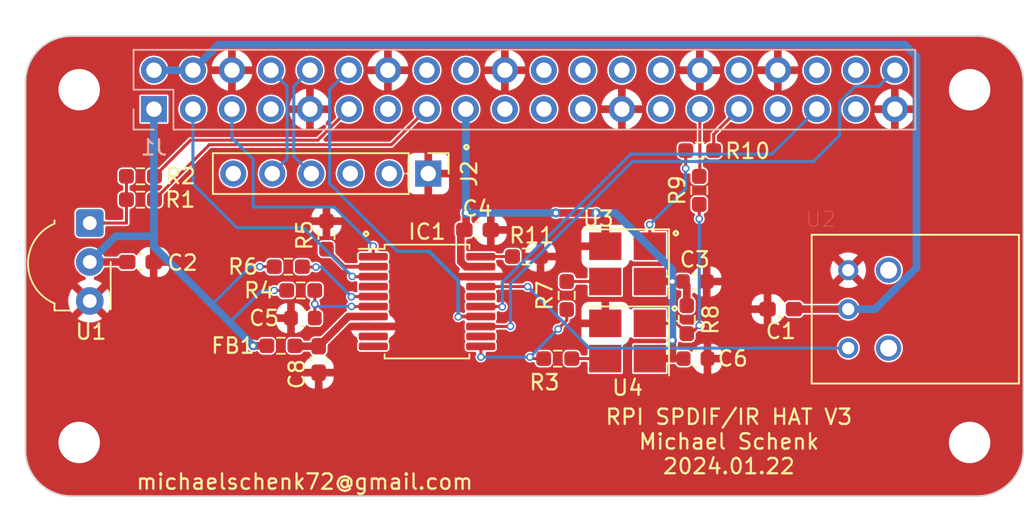
<source format=kicad_pcb>
(kicad_pcb (version 20221018) (generator pcbnew)
  (title_block (date "15 nov 2012"))
  (layers (0 "F.Cu" signal) (31 "B.Cu" signal) (34 "B.Paste" user) (35 "F.Paste" user) (36 "B.SilkS" user "B.Silkscreen") (37 "F.SilkS" user "F.Silkscreen") (38 "B.Mask" user) (39 "F.Mask" user) (44 "Edge.Cuts" user))
  (net 0 "")
  (net 1 "GND")
  (net 2 "/GPIO2{slash}SDA1")
  (net 3 "/GPIO3{slash}SCL1")
  (net 4 "/GPIO4{slash}GPCLK0")
  (net 5 "/GPIO14{slash}TXD0")
  (net 6 "/GPIO15{slash}RXD0")
  (net 7 "/GPIO17")
  (net 8 "/GPIO18{slash}PCM.CLK")
  (net 9 "/GPIO27")
  (net 10 "/GPIO22")
  (net 11 "/GPIO23")
  (net 12 "/GPIO26")
  (net 13 "/GPIO24")
  (net 14 "/GPIO10{slash}SPI0.MOSI")
  (net 15 "/GPIO9{slash}SPI0.MISO")
  (net 16 "/GPIO25")
  (net 17 "/GPIO11{slash}SPI0.SCLK")
  (net 18 "/GPIO8{slash}SPI0.CE0")
  (net 19 "/GPIO7{slash}SPI0.CE1")
  (net 20 "/ID_SDA")
  (net 21 "/ID_SCL")
  (net 22 "/GPIO5")
  (net 23 "/GPIO6")
  (net 24 "/GPIO12{slash}PWM0")
  (net 25 "/GPIO13{slash}PWM1")
  (net 26 "/GPIO19{slash}PCM.FS")
  (net 27 "/GPIO16")
  (net 28 "/GPIO20{slash}PCM.DIN")
  (net 29 "/GPIO21{slash}PCM.DOUT")
  (net 30 "+5V")
  (net 31 "+3V3")
  (net 32 "Net-(IC1-XIN)")
  (net 33 "unconnected-(IC1-XOP-Pad10)")
  (net 35 "Net-(IC1-GPO0{slash}SWIFMODE)")
  (net 36 "Net-(IC1-CSB{slash}GPO1)")
  (net 37 "Net-(IC1-RESETB)")
  (net 38 "Net-(IC1-TX0)")
  (net 42 "Net-(IC1-RX0)")
  (net 43 "Net-(U1-OUT)")
  (net 44 "Net-(IC1-PVDD)")
  (net 48 "Net-(U4-CLK)")
  (net 49 "Net-(U3-CLK)")
  (net 50 "Net-(U4-INH)")
  (net 51 "Net-(U3-INH)")
  (footprint "Capacitor_SMD:C_0603_1608Metric_Pad1.08x0.95mm_HandSolder" (layer "F.Cu") (at 149.2009 87.808 180)
    (fp_text reference "C1" (at 0 -1.43) (layer "F.SilkS"))
    (fp_text value "100nF/50V")
    (fp_line (start -0.146267 -0.51) (end 0.146267 -0.51) (stroke (width 0.12)) (layer "F.SilkS"))
    (fp_line (start -0.146267 0.51) (end 0.146267 0.51) (stroke (width 0.12)) (layer "F.SilkS"))
    (pad "1" smd roundrect (at -0.8625 0 180) (size 1.075 0.95) (layers "F.Cu" "F.Paste" "F.Mask") (net 30 "+5V"))
    (pad "2" smd roundrect (at 0.8625 0 180) (size 1.075 0.95) (layers "F.Cu" "F.Paste" "F.Mask") (net 1 "GND"))
  )
  (footprint "MountingHole:MountingHole_2.7mm_M2.5" (layer "F.Cu") (at 161.5 73.5)
    (fp_text reference "MH2" hide)
    (fp_text value "MountingHole_2.7mm_M2.5" hide)
    (pad "" np_thru_hole circle locked (at 0 0) (size 2.7 2.7) (drill 2.7) (layers "*.Cu" "*.Mask"))
  )
  (footprint "Resistor_SMD:R_0603_1608Metric_Pad0.98x0.95mm_HandSolder" (layer "F.Cu") (at 107.4911 79.1466)
    (fp_text reference "R2" (at 2.6181 0) (layer "F.SilkS"))
    (fp_text value "0R")
    (fp_line (start -0.254724 -0.5225) (end 0.254724 -0.5225) (stroke (width 0.12)) (layer "F.SilkS"))
    (fp_line (start -0.254724 0.5225) (end 0.254724 0.5225) (stroke (width 0.12)) (layer "F.SilkS"))
    (pad "1" smd roundrect (at -0.9125 0) (size 0.975 0.95) (layers "F.Cu" "F.Paste" "F.Mask") (net 43 "Net-(U1-OUT)"))
    (pad "2" smd roundrect (at 0.9125 0) (size 0.975 0.95) (layers "F.Cu" "F.Paste" "F.Mask") (net 7 "/GPIO17"))
  )
  (footprint "Resistor_SMD:R_0603_1608Metric_Pad0.98x0.95mm_HandSolder" (layer "F.Cu") (at 117.1215 85.0394 180)
    (fp_text reference "R6" (at 2.9483 0) (layer "F.SilkS"))
    (fp_text value "10k")
    (fp_line (start -0.254724 -0.5225) (end 0.254724 -0.5225) (stroke (width 0.12)) (layer "F.SilkS"))
    (fp_line (start -0.254724 0.5225) (end 0.254724 0.5225) (stroke (width 0.12)) (layer "F.SilkS"))
    (pad "1" smd roundrect (at -0.9125 0 180) (size 0.975 0.95) (layers "F.Cu" "F.Paste" "F.Mask") (net 36 "Net-(IC1-CSB{slash}GPO1)"))
    (pad "2" smd roundrect (at 0.9125 0 180) (size 0.975 0.95) (layers "F.Cu" "F.Paste" "F.Mask") (net 31 "+3V3"))
  )
  (footprint "OptoDevice:Vishay_MOLD-3Pin" (layer "F.Cu") (at 104.191 82.1946 -90)
    (fp_text reference "U1" (at 7.0866 -0.0762 -180) (layer "F.SilkS"))
    (fp_text value "TSOP32538")
    (fp_line (start 0.04 2.3) (end -0.18 2.3) (stroke (width 0.12)) (layer "F.SilkS"))
    (fp_line (start 5.62 -1.36) (end 2.54 -1.36) (stroke (width 0.12)) (layer "F.SilkS"))
    (fp_line (start 5.7 2.3) (end 5.24 2.3) (stroke (width 0.12)) (layer "F.SilkS"))
    (fp_line (start 5.7 2.3) (end 5.7 1.1) (stroke (width 0.12)) (layer "F.SilkS"))
    (fp_arc (start 5.24 2.3) (mid 2.64 4.023119) (end 0.04 2.3) (stroke (width 0.12)) (layer "F.SilkS"))
    (pad "1" thru_hole roundrect (at 0 0 270) (size 1.8 1.8) (drill 0.9) (layers "*.Cu" "*.Mask") (roundrect_rratio 0.138) (net 43 "Net-(U1-OUT)"))
    (pad "2" thru_hole circle (at 2.54 0 270) (size 1.8 1.8) (drill 0.9) (layers "*.Cu" "*.Mask") (net 31 "+3V3"))
    (pad "3" thru_hole circle (at 5.08 0 270) (size 1.8 1.8) (drill 0.9) (layers "*.Cu" "*.Mask") (net 1 "GND"))
  )
  (footprint "kicad-snk:PLR135-T10_PLT133-T10W" (layer "F.Cu") (at 156.224 87.808 -90)
    (fp_text reference "U2" (at -5.8674 4.4222) (layer "F.SilkS") (effects (font (size 1.001236 1.001236) (thickness 0.015))))
    (fp_text value "PLT237/T10WH")
    (fp_line (start -4.85 -8.49) (end -4.85 5.01) (stroke (width 0.127)) (layer "F.SilkS"))
    (fp_line (start 4.85 -8.49) (end -4.85 -8.49) (stroke (width 0.127)) (layer "F.SilkS"))
    (fp_line (start 4.85 -8.49) (end 4.85 5.01) (stroke (width 0.127)) (layer "F.SilkS"))
    (fp_line (start 4.85 5.01) (end -4.85 5.01) (stroke (width 0.127)) (layer "F.SilkS"))
    (pad "1" thru_hole circle (at 2.54 2.63 270) (size 1.308 1.308) (drill 0.8) (layers "*.Cu" "*.Mask") (net 38 "Net-(IC1-TX0)"))
    (pad "2" thru_hole circle (at 0 2.63 270) (size 1.308 1.308) (drill 0.8) (layers "*.Cu" "*.Mask") (net 30 "+5V"))
    (pad "3" thru_hole circle (at -2.54 2.63 270) (size 1.308 1.308) (drill 0.8) (layers "*.Cu" "*.Mask") (net 1 "GND"))
    (pad "NC1" thru_hole circle (at 2.54 0 270) (size 1.65 1.65) (drill 1.1) (layers "*.Cu" "*.Mask"))
    (pad "NC2" thru_hole circle (at -2.54 0 270) (size 1.65 1.65) (drill 1.1) (layers "*.Cu" "*.Mask"))
  )
  (footprint "Resistor_SMD:R_0603_1608Metric_Pad0.98x0.95mm_HandSolder" (layer "F.Cu") (at 132.6371 84.379)
    (fp_text reference "R11" (at 0.3321 -1.3716) (layer "F.SilkS"))
    (fp_text value "10k")
    (fp_line (start -0.254724 -0.5225) (end 0.254724 -0.5225) (stroke (width 0.12)) (layer "F.SilkS"))
    (fp_line (start -0.254724 0.5225) (end 0.254724 0.5225) (stroke (width 0.12)) (layer "F.SilkS"))
    (pad "1" smd roundrect (at -0.9125 0) (size 0.975 0.95) (layers "F.Cu" "F.Paste" "F.Mask") (net 42 "Net-(IC1-RX0)"))
    (pad "2" smd roundrect (at 0.9125 0) (size 0.975 0.95) (layers "F.Cu" "F.Paste" "F.Mask") (net 1 "GND"))
  )
  (footprint "Resistor_SMD:R_0603_1608Metric_Pad0.98x0.95mm_HandSolder" (layer "F.Cu") (at 119.6088 82.9839 90)
    (fp_text reference "R5" (at 0 -1.43 90) (layer "F.SilkS"))
    (fp_text value "10k")
    (fp_line (start -0.254724 -0.5225) (end 0.254724 -0.5225) (stroke (width 0.12)) (layer "F.SilkS"))
    (fp_line (start -0.254724 0.5225) (end 0.254724 0.5225) (stroke (width 0.12)) (layer "F.SilkS"))
    (pad "1" smd roundrect (at -0.9125 0 90) (size 0.975 0.95) (layers "F.Cu" "F.Paste" "F.Mask") (net 35 "Net-(IC1-GPO0{slash}SWIFMODE)"))
    (pad "2" smd roundrect (at 0.9125 0 90) (size 0.975 0.95) (layers "F.Cu" "F.Paste" "F.Mask") (net 1 "GND"))
  )
  (footprint "Resistor_SMD:R_0603_1608Metric_Pad0.98x0.95mm_HandSolder" (layer "F.Cu") (at 143.8912 80.0629 90)
    (fp_text reference "R9" (at 0 -1.43 90) (layer "F.SilkS"))
    (fp_text value "0R")
    (fp_line (start -0.254724 -0.5225) (end 0.254724 -0.5225) (stroke (width 0.12)) (layer "F.SilkS"))
    (fp_line (start -0.254724 0.5225) (end 0.254724 0.5225) (stroke (width 0.12)) (layer "F.SilkS"))
    (pad "1" smd roundrect (at -0.9125 0 90) (size 0.975 0.95) (layers "F.Cu" "F.Paste" "F.Mask") (net 50 "Net-(U4-INH)"))
    (pad "2" smd roundrect (at 0.9125 0 90) (size 0.975 0.95) (layers "F.Cu" "F.Paste" "F.Mask") (net 22 "/GPIO5"))
  )
  (footprint "Connector_PinHeader_2.54mm:PinHeader_1x06_P2.54mm_Vertical" (layer "F.Cu") (at 126.2382 78.9688 -90)
    (fp_text reference "J2" (at 0 -2.667 90) (layer "F.SilkS"))
    (fp_text value "TTL-232R-3V3")
    (fp_line (start -1.33 -1.33) (end 0 -1.33) (stroke (width 0.12)) (layer "F.SilkS"))
    (fp_line (start -1.33 0) (end -1.33 -1.33) (stroke (width 0.12)) (layer "F.SilkS"))
    (fp_line (start -1.33 1.27) (end -1.33 14.03) (stroke (width 0.12)) (layer "F.SilkS"))
    (fp_line (start -1.33 1.27) (end 1.33 1.27) (stroke (width 0.12)) (layer "F.SilkS"))
    (fp_line (start -1.33 14.03) (end 1.33 14.03) (stroke (width 0.12)) (layer "F.SilkS"))
    (fp_line (start 1.33 1.27) (end 1.33 14.03) (stroke (width 0.12)) (layer "F.SilkS"))
    (pad "1" thru_hole rect (at 0 0 270) (size 1.7 1.7) (drill 1) (layers "*.Cu" "*.Mask") (net 1 "GND"))
    (pad "2" thru_hole oval (at 0 2.54 270) (size 1.7 1.7) (drill 1) (layers "*.Cu" "*.Mask"))
    (pad "3" thru_hole oval (at 0 5.08 270) (size 1.7 1.7) (drill 1) (layers "*.Cu" "*.Mask"))
    (pad "4" thru_hole oval (at 0 7.62 270) (size 1.7 1.7) (drill 1) (layers "*.Cu" "*.Mask") (net 6 "/GPIO15{slash}RXD0"))
    (pad "5" thru_hole oval (at 0 10.16 270) (size 1.7 1.7) (drill 1) (layers "*.Cu" "*.Mask") (net 5 "/GPIO14{slash}TXD0"))
    (pad "6" thru_hole oval (at 0 12.7 270) (size 1.7 1.7) (drill 1) (layers "*.Cu" "*.Mask"))
  )
  (footprint "Resistor_SMD:R_0603_1608Metric_Pad0.98x0.95mm_HandSolder" (layer "F.Cu") (at 117.9343 86.5888 180)
    (fp_text reference "R4" (at 2.7197 0) (layer "F.SilkS"))
    (fp_text value "10k")
    (fp_line (start -0.254724 -0.5225) (end 0.254724 -0.5225) (stroke (width 0.12)) (layer "F.SilkS"))
    (fp_line (start -0.254724 0.5225) (end 0.254724 0.5225) (stroke (width 0.12)) (layer "F.SilkS"))
    (pad "1" smd roundrect (at -0.9125 0 180) (size 0.975 0.95) (layers "F.Cu" "F.Paste" "F.Mask") (net 37 "Net-(IC1-RESETB)"))
    (pad "2" smd roundrect (at 0.9125 0 180) (size 0.975 0.95) (layers "F.Cu" "F.Paste" "F.Mask") (net 31 "+3V3"))
  )
  (footprint "Resistor_SMD:R_0603_1608Metric_Pad0.98x0.95mm_HandSolder" (layer "F.Cu") (at 143.9185 77.4702)
    (fp_text reference "R10" (at 3.1223 0.0254) (layer "F.SilkS"))
    (fp_text value "0R")
    (fp_line (start -0.254724 -0.5225) (end 0.254724 -0.5225) (stroke (width 0.12)) (layer "F.SilkS"))
    (fp_line (start -0.254724 0.5225) (end 0.254724 0.5225) (stroke (width 0.12)) (layer "F.SilkS"))
    (pad "1" smd roundrect (at -0.9125 0) (size 0.975 0.95) (layers "F.Cu" "F.Paste" "F.Mask") (net 51 "Net-(U3-INH)"))
    (pad "2" smd roundrect (at 0.9125 0) (size 0.975 0.95) (layers "F.Cu" "F.Paste" "F.Mask") (net 23 "/GPIO6"))
  )
  (footprint "MountingHole:MountingHole_2.7mm_M2.5" (layer "F.Cu") (at 103.5 96.5)
    (fp_text reference "MH3" hide)
    (fp_text value "MountingHole_2.7mm_M2.5" hide)
    (pad "" np_thru_hole circle locked (at 0 0) (size 2.7 2.7) (drill 2.7) (layers "*.Cu" "*.Mask"))
  )
  (footprint "MountingHole:MountingHole_2.7mm_M2.5" (layer "F.Cu") (at 103.5 73.5)
    (fp_text reference "MH1" hide)
    (fp_text value "MountingHole_2.7mm_M2.5" hide)
    (pad "" np_thru_hole circle locked (at 0 0) (size 2.7 2.7) (drill 2.7) (layers "*.Cu" "*.Mask"))
  )
  (footprint "Capacitor_SMD:C_0603_1608Metric" (layer "F.Cu") (at 143.6502 91.0338)
    (fp_text reference "C6" (at 2.4254 0) (layer "F.SilkS"))
    (fp_text value "100nF/50V")
    (fp_line (start -0.14058 -0.51) (end 0.14058 -0.51) (stroke (width 0.12)) (layer "F.SilkS"))
    (fp_line (start -0.14058 0.51) (end 0.14058 0.51) (stroke (width 0.12)) (layer "F.SilkS"))
    (pad "1" smd roundrect (at -0.775 0) (size 0.9 0.95) (layers "F.Cu" "F.Paste" "F.Mask") (net 31 "+3V3"))
    (pad "2" smd roundrect (at 0.775 0) (size 0.9 0.95) (layers "F.Cu" "F.Paste" "F.Mask") (net 1 "GND"))
  )
  (footprint "Capacitor_SMD:C_0603_1608Metric_Pad1.08x0.95mm_HandSolder" (layer "F.Cu") (at 129.4516 82.644045 180)
    (fp_text reference "C4" (at 0.013 1.389245 180) (layer "F.SilkS"))
    (fp_text value "100nF/50V")
    (fp_line (start -0.146267 -0.51) (end 0.146267 -0.51) (stroke (width 0.12)) (layer "F.SilkS"))
    (fp_line (start -0.146267 0.51) (end 0.146267 0.51) (stroke (width 0.12)) (layer "F.SilkS"))
    (pad "1" smd roundrect (at -0.8625 0 180) (size 1.075 0.95) (layers "F.Cu" "F.Paste" "F.Mask") (net 1 "GND"))
    (pad "2" smd roundrect (at 0.8625 0 180) (size 1.075 0.95) (layers "F.Cu" "F.Paste" "F.Mask") (net 31 "+3V3"))
  )
  (footprint "Resistor_SMD:R_0603_1608Metric_Pad0.98x0.95mm_HandSolder" (layer "F.Cu") (at 135.2552 86.9209 90)
    (fp_text reference "R7" (at 0 -1.43 90) (layer "F.SilkS"))
    (fp_text value "33R")
    (fp_line (start -0.254724 -0.5225) (end 0.254724 -0.5225) (stroke (width 0.12)) (layer "F.SilkS"))
    (fp_line (start -0.254724 0.5225) (end 0.254724 0.5225) (stroke (width 0.12)) (layer "F.SilkS"))
    (pad "1" smd roundrect (at -0.9125 0 90) (size 0.975 0.95) (layers "F.Cu" "F.Paste" "F.Mask") (net 32 "Net-(IC1-XIN)"))
    (pad "2" smd roundrect (at 0.9125 0 90) (size 0.975 0.95) (layers "F.Cu" "F.Paste" "F.Mask") (net 49 "Net-(U3-CLK)"))
  )
  (footprint "Package_SO:SSOP-20_5.3x7.2mm_P0.65mm" (layer "F.Cu") (at 126.1568 87.312445)
    (fp_text reference "IC1" (at 0 -4.55) (layer "F.SilkS"))
    (fp_text value "WM8804GEDS_V")
    (fp_line (start -2.76 -3.71) (end -2.76 -3.435) (stroke (width 0.12)) (layer "F.SilkS"))
    (fp_line (start -2.76 -3.435) (end -4.45 -3.435) (stroke (width 0.12)) (layer "F.SilkS"))
    (fp_line (start -2.76 3.71) (end -2.76 3.435) (stroke (width 0.12)) (layer "F.SilkS"))
    (fp_line (start 0 -3.71) (end -2.76 -3.71) (stroke (width 0.12)) (layer "F.SilkS"))
    (fp_line (start 0 -3.71) (end 2.76 -3.71) (stroke (width 0.12)) (layer "F.SilkS"))
    (fp_line (start 0 3.71) (end -2.76 3.71) (stroke (width 0.12)) (layer "F.SilkS"))
    (fp_line (start 0 3.71) (end 2.76 3.71) (stroke (width 0.12)) (layer "F.SilkS"))
    (fp_line (start 2.76 -3.71) (end 2.76 -3.435) (stroke (width 0.12)) (layer "F.SilkS"))
    (fp_line (start 2.76 3.71) (end 2.76 3.435) (stroke (width 0.12)) (layer "F.SilkS"))
    (pad "1" smd roundrect (at -3.5 -2.925) (size 1.9 0.5) (layers "F.Cu" "F.Paste" "F.Mask") (net 3 "/GPIO3{slash}SCL1"))
    (pad "2" smd roundrect (at -3.5 -2.275) (size 1.9 0.5) (layers "F.Cu" "F.Paste" "F.Mask") (net 35 "Net-(IC1-GPO0{slash}SWIFMODE)"))
    (pad "3" smd roundrect (at -3.5 -1.625) (size 1.9 0.5) (layers "F.Cu" "F.Paste" "F.Mask") (net 2 "/GPIO2{slash}SDA1"))
    (pad "4" smd roundrect (at -3.5 -0.975) (size 1.9 0.5) (layers "F.Cu" "F.Paste" "F.Mask"))
    (pad "5" smd roundrect (at -3.5 -0.325) (size 1.9 0.5) (layers "F.Cu" "F.Paste" "F.Mask") (net 36 "Net-(IC1-CSB{slash}GPO1)"))
    (pad "6" smd roundrect (at -3.5 0.325) (size 1.9 0.5) (layers "F.Cu" "F.Paste" "F.Mask") (net 37 "Net-(IC1-RESETB)"))
    (pad "7" smd roundrect (at -3.5 0.975) (size 1.9 0.5) (layers "F.Cu" "F.Paste" "F.Mask") (net 44 "Net-(IC1-PVDD)"))
    (pad "8" smd roundrect (at -3.5 1.625) (size 1.9 0.5) (layers "F.Cu" "F.Paste" "F.Mask") (net 1 "GND"))
    (pad "9" smd roundrect (at -3.5 2.275) (size 1.9 0.5) (layers "F.Cu" "F.Paste" "F.Mask"))
    (pad "10" smd roundrect (at -3.5 2.925) (size 1.9 0.5) (layers "F.Cu" "F.Paste" "F.Mask") (net 33 "unconnected-(IC1-XOP-Pad10)"))
    (pad "11" smd roundrect (at 3.5 2.925) (size 1.9 0.5) (layers "F.Cu" "F.Paste" "F.Mask") (net 32 "Net-(IC1-XIN)"))
    (pad "12" smd roundrect (at 3.5 2.275) (size 1.9 0.5) (layers "F.Cu" "F.Paste" "F.Mask"))
    (pad "13" smd roundrect (at 3.5 1.625) (size 1.9 0.5) (layers "F.Cu" "F.Paste" "F.Mask") (net 29 "/GPIO21{slash}PCM.DOUT"))
    (pad "14" smd roundrect (at 3.5 0.975) (size 1.9 0.5) (layers "F.Cu" "F.Paste" "F.Mask") (net 8 "/GPIO18{slash}PCM.CLK"))
    (pad "15" smd roundrect (at 3.5 0.325) (size 1.9 0.5) (layers "F.Cu" "F.Paste" "F.Mask") (net 26 "/GPIO19{slash}PCM.FS"))
    (pad "16" smd roundrect (at 3.5 -0.325) (size 1.9 0.5) (layers "F.Cu" "F.Paste" "F.Mask"))
    (pad "17" smd roundrect (at 3.5 -0.975) (size 1.9 0.5) (layers "F.Cu" "F.Paste" "F.Mask") (net 38 "Net-(IC1-TX0)"))
    (pad "18" smd roundrect (at 3.5 -1.625) (size 1.9 0.5) (layers "F.Cu" "F.Paste" "F.Mask") (net 1 "GND"))
    (pad "19" smd roundrect (at 3.5 -2.275) (size 1.9 0.5) (layers "F.Cu" "F.Paste" "F.Mask") (net 31 "+3V3"))
    (pad "20" smd roundrect (at 3.5 -2.925) (size 1.9 0.5) (layers "F.Cu" "F.Paste" "F.Mask") (net 42 "Net-(IC1-RX0)"))
  )
  (footprint "Capacitor_SMD:C_0603_1608Metric_Pad1.08x0.95mm_HandSolder" (layer "F.Cu") (at 119.1008 91.0857 90)
    (fp_text reference "C8" (at -0.9641 -1.4224 90) (layer "F.SilkS"))
    (fp_text value "1uF/25V")
    (fp_line (start -0.146267 -0.51) (end 0.146267 -0.51) (stroke (width 0.12)) (layer "F.SilkS"))
    (fp_line (start -0.146267 0.51) (end 0.146267 0.51) (stroke (width 0.12)) (layer "F.SilkS"))
    (pad "1" smd roundrect (at -0.8625 0 90) (size 1.075 0.95) (layers "F.Cu" "F.Paste" "F.Mask") (net 1 "GND"))
    (pad "2" smd roundrect (at 0.8625 0 90) (size 1.075 0.95) (layers "F.Cu" "F.Paste" "F.Mask") (net 44 "Net-(IC1-PVDD)"))
  )
  (footprint "Capacitor_SMD:C_0603_1608Metric" (layer "F.Cu") (at 143.5988 86.0046)
    (fp_text reference "C3" (at 0 -1.43) (layer "F.SilkS"))
    (fp_text value "100nF/50V")
    (fp_line (start -0.14058 -0.51) (end 0.14058 -0.51) (stroke (width 0.12)) (layer "F.SilkS"))
    (fp_line (start -0.14058 0.51) (end 0.14058 0.51) (stroke (width 0.12)) (layer "F.SilkS"))
    (pad "1" smd roundrect (at -0.775 0) (size 0.9 0.95) (layers "F.Cu" "F.Paste" "F.Mask") (net 31 "+3V3"))
    (pad "2" smd roundrect (at 0.775 0) (size 0.9 0.95) (layers "F.Cu" "F.Paste" "F.Mask") (net 1 "GND"))
  )
  (footprint "Capacitor_SMD:C_0603_1608Metric_Pad1.08x0.95mm_HandSolder" (layer "F.Cu") (at 107.4919 84.7346 180)
    (fp_text reference "C2" (at -2.7443 -0.0508) (layer "F.SilkS"))
    (fp_text value "100nF/50V")
    (fp_line (start -0.146267 -0.51) (end 0.146267 -0.51) (stroke (width 0.12)) (layer "F.SilkS"))
    (fp_line (start -0.146267 0.51) (end 0.146267 0.51) (stroke (width 0.12)) (layer "F.SilkS"))
    (pad "1" smd roundrect (at -0.8625 0 180) (size 1.075 0.95) (layers "F.Cu" "F.Paste" "F.Mask") (net 1 "GND"))
    (pad "2" smd roundrect (at 0.8625 0 180) (size 1.075 0.95) (layers "F.Cu" "F.Paste" "F.Mask") (net 31 "+3V3"))
  )
  (footprint "MountingHole:MountingHole_2.7mm_M2.5" (layer "F.Cu") (at 161.5 96.5)
    (fp_text reference "MH4" hide)
    (fp_text value "MountingHole_2.7mm_M2.5" hide)
    (pad "" np_thru_hole circle locked (at 0 0) (size 2.7 2.7) (drill 2.7) (layers "*.Cu" "*.Mask"))
  )
  (footprint "Capacitor_SMD:C_0603_1608Metric" (layer "F.Cu") (at 118.0724 88.3922 180)
    (fp_text reference "C5" (at 2.5276 0) (layer "F.SilkS"))
    (fp_text value "100nF/50V")
    (fp_line (start -0.14058 -0.51) (end 0.14058 -0.51) (stroke (width 0.12)) (layer "F.SilkS"))
    (fp_line (start -0.14058 0.51) (end 0.14058 0.51) (stroke (width 0.12)) (layer "F.SilkS"))
    (pad "1" smd roundrect (at -0.775 0 180) (size 0.9 0.95) (layers "F.Cu" "F.Paste" "F.Mask") (net 37 "Net-(IC1-RESETB)"))
    (pad "2" smd roundrect (at 0.775 0 180) (size 0.9 0.95) (layers "F.Cu" "F.Paste" "F.Mask") (net 1 "GND"))
  )
  (footprint "Resistor_SMD:R_0603_1608Metric_Pad0.98x0.95mm_HandSolder" (layer "F.Cu") (at 134.6729 91.0338)
    (fp_text reference "R3" (at -0.8655 1.5494) (layer "F.SilkS"))
    (fp_text value "33R")
    (fp_line (start -0.254724 -0.5225) (end 0.254724 -0.5225) (stroke (width 0.12)) (layer "F.SilkS"))
    (fp_line (start -0.254724 0.5225) (end 0.254724 0.5225) (stroke (width 0.12)) (layer "F.SilkS"))
    (pad "1" smd roundrect (at -0.9125 0) (size 0.975 0.95) (layers "F.Cu" "F.Paste" "F.Mask") (net 32 "Net-(IC1-XIN)"))
    (pad "2" smd roundrect (at 0.9125 0) (size 0.975 0.95) (layers "F.Cu" "F.Paste" "F.Mask") (net 48 "Net-(U4-CLK)"))
  )
  (footprint "Crystal:Crystal_SMD_3225-4Pin_3.2x2.5mm_HandSoldering" (layer "F.Cu") (at 139.2198 89.8838 180)
    (fp_text reference "U4" (at 0 -3.05) (layer "F.SilkS"))
    (fp_text value "KC3225Z22.5792C15XXK")
    (fp_line (start -2.7 -2.25) (end -2.7 2.25) (stroke (width 0.12)) (layer "F.SilkS"))
    (fp_line (start -2.7 2.25) (end 2.7 2.25) (stroke (width 0.12)) (layer "F.SilkS"))
    (pad "1" smd rect (at -1.45 1.15 180) (size 2.1 1.8) (layers "F.Cu" "F.Paste" "F.Mask") (net 50 "Net-(U4-INH)"))
    (pad "2" smd rect (at 1.45 1.15 180) (size 2.1 1.8) (layers "F.Cu" "F.Paste" "F.Mask") (net 1 "GND"))
    (pad "3" smd rect (at 1.45 -1.15 180) (size 2.1 1.8) (layers "F.Cu" "F.Paste" "F.Mask") (net 48 "Net-(U4-CLK)"))
    (pad "4" smd rect (at -1.45 -1.15 180) (size 2.1 1.8) (layers "F.Cu" "F.Paste" "F.Mask") (net 31 "+3V3"))
  )
  (footprint "Resistor_SMD:R_0603_1608Metric_Pad0.98x0.95mm_HandSolder" (layer "F.Cu") (at 107.4911 80.6706)
    (fp_text reference "R1" (at 2.5927 0) (layer "F.SilkS"))
    (fp_text value "0R")
    (fp_line (start -0.254724 -0.5225) (end 0.254724 -0.5225) (stroke (width 0.12)) (layer "F.SilkS"))
    (fp_line (start -0.254724 0.5225) (end 0.254724 0.5225) (stroke (width 0.12)) (layer "F.SilkS"))
    (pad "1" smd roundrect (at -0.9125 0) (size 0.975 0.95) (layers "F.Cu" "F.Paste" "F.Mask") (net 43 "Net-(U1-OUT)"))
    (pad "2" smd roundrect (at 0.9125 0) (size 0.975 0.95) (layers "F.Cu" "F.Paste" "F.Mask") (net 10 "/GPIO22"))
  )
  (footprint "Crystal:Crystal_SMD_3225-4Pin_3.2x2.5mm_HandSoldering" (layer "F.Cu") (at 139.2198 84.8546 180)
    (fp_text reference "U3" (at 1.9072 2.9394) (layer "F.SilkS"))
    (fp_text value "KC3225Z24.5760C1KX00")
    (fp_line (start -2.7 -2.25) (end -2.7 2.25) (stroke (width 0.12)) (layer "F.SilkS"))
    (fp_line (start -2.7 2.25) (end 2.7 2.25) (stroke (width 0.12)) (layer "F.SilkS"))
    (pad "1" smd rect (at -1.45 1.15 180) (size 2.1 1.8) (layers "F.Cu" "F.Paste" "F.Mask") (net 51 "Net-(U3-INH)"))
    (pad "2" smd rect (at 1.45 1.15 180) (size 2.1 1.8) (layers "F.Cu" "F.Paste" "F.Mask") (net 1 "GND"))
    (pad "3" smd rect (at 1.45 -1.15 180) (size 2.1 1.8) (layers "F.Cu" "F.Paste" "F.Mask") (net 49 "Net-(U3-CLK)"))
    (pad "4" smd rect (at -1.45 -1.15 180) (size 2.1 1.8) (layers "F.Cu" "F.Paste" "F.Mask") (net 31 "+3V3"))
  )
  (footprint "Resistor_SMD:R_0603_1608Metric_Pad0.98x0.95mm_HandSolder" (layer "F.Cu") (at 143.0784 88.4919 90)
    (fp_text reference "R8" (at -0.0019 1.5494 90) (layer "F.SilkS"))
    (fp_text value "10k")
    (fp_line (start -0.254724 -0.5225) (end 0.254724 -0.5225) (stroke (width 0.12)) (layer "F.SilkS"))
    (fp_line (start -0.254724 0.5225) (end 0.254724 0.5225) (stroke (width 0.12)) (layer "F.SilkS"))
    (pad "1" smd roundrect (at -0.9125 0 90) (size 0.975 0.95) (layers "F.Cu" "F.Paste" "F.Mask") (net 50 "Net-(U4-INH)"))
    (pad "2" smd roundrect (at 0.9125 0 90) (size 0.975 0.95) (layers "F.Cu" "F.Paste" "F.Mask") (net 31 "+3V3"))
  )
  (footprint "Resistor_SMD:R_0603_1608Metric_Pad0.98x0.95mm_HandSolder" (layer "F.Cu") (at 116.6389 90.1956 180)
    (fp_text reference "FB1" (at 3.1261 0) (layer "F.SilkS"))
    (fp_text value "1k@100MHz")
    (fp_line (start -0.254724 -0.5225) (end 0.254724 -0.5225) (stroke (width 0.12)) (layer "F.SilkS"))
    (fp_line (start -0.254724 0.5225) (end 0.254724 0.5225) (stroke (width 0.12)) (layer "F.SilkS"))
    (pad "1" smd roundrect (at -0.9125 0 180) (size 0.975 0.95) (layers "F.Cu" "F.Paste" "F.Mask") (net 44 "Net-(IC1-PVDD)"))
    (pad "2" smd roundrect (at 0.9125 0 180) (size 0.975 0.95) (layers "F.Cu" "F.Paste" "F.Mask") (net 31 "+3V3"))
  )
  (footprint "Connector_PinSocket_2.54mm:PinSocket_2x20_P2.54mm_Vertical" (layer "B.Cu") (at 108.37 74.77 -90)
    (fp_text reference "J1" (at 2.5 0) (layer "B.SilkS") (effects (justify mirror)))
    (fp_text value "GPIO")
    (fp_line (start -3.87 -49.59) (end 1.33 -49.59) (stroke (width 0.12)) (layer "B.SilkS"))
    (fp_line (start -3.87 1.33) (end -3.87 -49.59) (stroke (width 0.12)) (layer "B.SilkS"))
    (fp_line (start -3.87 1.33) (end -1.27 1.33) (stroke (width 0.12)) (layer "B.SilkS"))
    (fp_line (start -1.27 -1.27) (end 1.33 -1.27) (stroke (width 0.12)) (layer "B.SilkS"))
    (fp_line (start -1.27 1.33) (end -1.27 -1.27) (stroke (width 0.12)) (layer "B.SilkS"))
    (fp_line (start 0 1.33) (end 1.33 1.33) (stroke (width 0.12)) (layer "B.SilkS"))
    (fp_line (start 1.33 -1.27) (end 1.33 -49.59) (stroke (width 0.12)) (layer "B.SilkS"))
    (fp_line (start 1.33 1.33) (end 1.33 0) (stroke (width 0.12)) (layer "B.SilkS"))
    (pad "1" thru_hole rect (at 0 0 270) (size 1.7 1.7) (drill 1) (layers "*.Cu" "*.Mask") (net 31 "+3V3"))
    (pad "2" thru_hole oval (at -2.54 0 270) (size 1.7 1.7) (drill 1) (layers "*.Cu" "*.Mask") (net 30 "+5V"))
    (pad "3" thru_hole oval (at 0 -2.54 270) (size 1.7 1.7) (drill 1) (layers "*.Cu" "*.Mask") (net 2 "/GPIO2{slash}SDA1"))
    (pad "4" thru_hole oval (at -2.54 -2.54 270) (size 1.7 1.7) (drill 1) (layers "*.Cu" "*.Mask") (net 30 "+5V"))
    (pad "5" thru_hole oval (at 0 -5.08 270) (size 1.7 1.7) (drill 1) (layers "*.Cu" "*.Mask") (net 3 "/GPIO3{slash}SCL1"))
    (pad "6" thru_hole oval (at -2.54 -5.08 270) (size 1.7 1.7) (drill 1) (layers "*.Cu" "*.Mask") (net 1 "GND"))
    (pad "7" thru_hole oval (at 0 -7.62 270) (size 1.7 1.7) (drill 1) (layers "*.Cu" "*.Mask") (net 4 "/GPIO4{slash}GPCLK0"))
    (pad "8" thru_hole oval (at -2.54 -7.62 270) (size 1.7 1.7) (drill 1) (layers "*.Cu" "*.Mask") (net 5 "/GPIO14{slash}TXD0"))
    (pad "9" thru_hole oval (at 0 -10.16 270) (size 1.7 1.7) (drill 1) (layers "*.Cu" "*.Mask") (net 1 "GND"))
    (pad "10" thru_hole oval (at -2.54 -10.16 270) (size 1.7 1.7) (drill 1) (layers "*.Cu" "*.Mask") (net 6 "/GPIO15{slash}RXD0"))
    (pad "11" thru_hole oval (at 0 -12.7 270) (size 1.7 1.7) (drill 1) (layers "*.Cu" "*.Mask") (net 7 "/GPIO17"))
    (pad "12" thru_hole oval (at -2.54 -12.7 270) (size 1.7 1.7) (drill 1) (layers "*.Cu" "*.Mask") (net 8 "/GPIO18{slash}PCM.CLK"))
    (pad "13" thru_hole oval (at 0 -15.24 270) (size 1.7 1.7) (drill 1) (layers "*.Cu" "*.Mask") (net 9 "/GPIO27"))
    (pad "14" thru_hole oval (at -2.54 -15.24 270) (size 1.7 1.7) (drill 1) (layers "*.Cu" "*.Mask") (net 1 "GND"))
    (pad "15" thru_hole oval (at 0 -17.78 270) (size 1.7 1.7) (drill 1) (layers "*.Cu" "*.Mask") (net 10 "/GPIO22"))
    (pad "16" thru_hole oval (at -2.54 -17.78 270) (size 1.7 1.7) (drill 1) (layers "*.Cu" "*.Mask") (net 11 "/GPIO23"))
    (pad "17" thru_hole oval (at 0 -20.32 270) (size 1.7 1.7) (drill 1) (layers "*.Cu" "*.Mask") (net 31 "+3V3"))
    (pad "18" thru_hole oval (at -2.54 -20.32 270) (size 1.7 1.7) (drill 1) (layers "*.Cu" "*.Mask") (net 13 "/GPIO24"))
    (pad "19" thru_hole oval (at 0 -22.86 270) (size 1.7 1.7) (drill 1) (layers "*.Cu" "*.Mask") (net 14 "/GPIO10{slash}SPI0.MOSI"))
    (pad "20" thru_hole oval (at -2.54 -22.86 270) (size 1.7 1.7) (drill 1) (layers "*.Cu" "*.Mask") (net 1 "GND"))
    (pad "21" thru_hole oval (at 0 -25.4 270) (size 1.7 1.7) (drill 1) (layers "*.Cu" "*.Mask") (net 15 "/GPIO9{slash}SPI0.MISO"))
    (pad "22" thru_hole oval (at -2.54 -25.4 270) (size 1.7 1.7) (drill 1) (layers "*.Cu" "*.Mask") (net 16 "/GPIO25"))
    (pad "23" thru_hole oval (at 0 -27.94 270) (size 1.7 1.7) (drill 1) (layers "*.Cu" "*.Mask") (net 17 "/GPIO11{slash}SPI0.SCLK"))
    (pad "24" thru_hole oval (at -2.54 -27.94 270) (size 1.7 1.7) (drill 1) (layers "*.Cu" "*.Mask") (net 18 "/GPIO8{slash}SPI0.CE0"))
    (pad "25" thru_hole oval (at 0 -30.48 270) (size 1.7 1.7) (drill 1) (layers "*.Cu" "*.Mask") (net 1 "GND"))
    (pad "26" thru_hole oval (at -2.54 -30.48 270) (size 1.7 1.7) (drill 1) (layers "*.Cu" "*.Mask") (net 19 "/GPIO7{slash}SPI0.CE1"))
    (pad "27" thru_hole oval (at 0 -33.02 270) (size 1.7 1.7) (drill 1) (layers "*.Cu" "*.Mask") (net 20 "/ID_SDA"))
    (pad "28" thru_hole oval (at -2.54 -33.02 270) (size 1.7 1.7) (drill 1) (layers "*.Cu" "*.Mask") (net 21 "/ID_SCL"))
    (pad "29" thru_hole oval (at 0 -35.56 270) (size 1.7 1.7) (drill 1) (layers "*.Cu" "*.Mask") (net 22 "/GPIO5"))
    (pad "30" thru_hole oval (at -2.54 -35.56 270) (size 1.7 1.7) (drill 1) (layers "*.Cu" "*.Mask") (net 1 "GND"))
    (pad "31" thru_hole oval (at 0 -38.1 270) (size 1.7 1.7) (drill 1) (layers "*.Cu" "*.Mask") (net 23 "/GPIO6"))
    (pad "32" thru_hole oval (at -2.54 -38.1 270) (size 1.7 1.7) (drill 1) (layers "*.Cu" "*.Mask") (net 24 "/GPIO12{slash}PWM0"))
    (pad "33" thru_hole oval (at 0 -40.64 270) (size 1.7 1.7) (drill 1) (layers "*.Cu" "*.Mask") (net 25 "/GPIO13{slash}PWM1"))
    (pad "34" thru_hole oval (at -2.54 -40.64 270) (size 1.7 1.7) (drill 1) (layers "*.Cu" "*.Mask") (net 1 "GND"))
    (pad "35" thru_hole oval (at 0 -43.18 270) (size 1.7 1.7) (drill 1) (layers "*.Cu" "*.Mask") (net 26 "/GPIO19{slash}PCM.FS"))
    (pad "36" thru_hole oval (at -2.54 -43.18 270) (size 1.7 1.7) (drill 1) (layers "*.Cu" "*.Mask") (net 27 "/GPIO16"))
    (pad "37" thru_hole oval (at 0 -45.72 270) (size 1.7 1.7) (drill 1) (layers "*.Cu" "*.Mask") (net 12 "/GPIO26"))
    (pad "38" thru_hole oval (at -2.54 -45.72 270) (size 1.7 1.7) (drill 1) (layers "*.Cu" "*.Mask") (net 28 "/GPIO20{slash}PCM.DIN"))
    (pad "39" thru_hole oval (at 0 -48.26 270) (size 1.7 1.7) (drill 1) (layers "*.Cu" "*.Mask") (net 1 "GND"))
    (pad "40" thru_hole oval (at -2.54 -48.26 270) (size 1.7 1.7) (drill 1) (layers "*.Cu" "*.Mask") (net 29 "/GPIO21{slash}PCM.DOUT"))
  )
  (gr_arc (start 162 70) (mid 164.12132 70.87868) (end 165 73) (stroke (width 0.1)) (layer "Edge.Cuts"))
  (gr_line (start 165 97) (end 165 73) (stroke (width 0.1)) (layer "Edge.Cuts"))
  (gr_line (start 100 73) (end 100 97) (stroke (width 0.1)) (layer "Edge.Cuts"))
  (gr_arc (start 103 100) (mid 100.87868 99.12132) (end 100 97) (stroke (width 0.1)) (layer "Edge.Cuts"))
  (gr_line (start 103 100) (end 162 100) (stroke (width 0.1)) (layer "Edge.Cuts"))
  (gr_arc (start 165 97) (mid 164.12132 99.12132) (end 162 100) (stroke (width 0.1)) (layer "Edge.Cuts"))
  (gr_arc (start 100 73) (mid 100.87868 70.87868) (end 103 70) (stroke (width 0.1)) (layer "Edge.Cuts"))
  (gr_line (start 162 70) (end 103 70) (stroke (width 0.1)) (layer "Edge.Cuts"))
  (gr_text "°" (at 128.2448 78.2322) (layer "F.SilkS") (effects (font (size 1 1)) (justify left bottom)))
  (gr_text "°" (at 141.8846 83.8456) (layer "F.SilkS") (effects (font (size 1 1)) (justify left bottom)))
  (gr_text "°" (at 141.8084 88.7478) (layer "F.SilkS") (effects (font (size 1 1)) (justify left bottom)))
  (gr_text "°" (at 121.7068 83.877445) (layer "F.SilkS") (effects (font (size 1 1)) (justify left bottom)))
  (gr_text "michaelschenk72@gmail.com" (at 118.1864 99.0602) (layer "F.SilkS") (effects (font (size 1 1))))
  (gr_text "RPI SPDIF/IR HAT V3\nMichael Schenk\n2024.01.22" (at 145.8216 96.444) (layer "F.SilkS") (effects (font (size 1 1))))
  (segment (start 122.6568 85.687445) (end 121.298245 85.687445) (width 0.2) (layer "F.Cu") (net 2))
  (segment (start 121.298245 85.687445) (end 121.2852 85.6744) (width 0.2) (layer "F.Cu") (net 2))
  (via (at 121.2852 85.6744) (size 0.5) (drill 0.3) (layers "F.Cu" "B.Cu") (net 2))
  (segment (start 113.7668 82.4994) (end 118.1102 82.4994) (width 0.2) (layer "B.Cu") (net 2))
  (segment (start 118.1102 82.4994) (end 121.2852 85.6744) (width 0.2) (layer "B.Cu") (net 2))
  (segment (start 110.91 79.6426) (end 113.7668 82.4994) (width 0.2) (layer "B.Cu") (net 2))
  (segment (start 110.91 74.77) (end 110.91 79.6426) (width 0.2) (layer "B.Cu") (net 2))
  (segment (start 122.6568 84.387445) (end 122.6568 83.6932) (width 0.2) (layer "F.Cu") (net 3))
  (via (at 122.6568 83.6932) (size 0.5) (drill 0.3) (layers "F.Cu" "B.Cu") (net 3))
  (segment (start 113.45 76.6454) (end 114.8336 78.029) (width 0.2) (layer "B.Cu") (net 3))
  (segment (start 120.1168 81.1532) (end 122.6568 83.6932) (width 0.2) (layer "B.Cu") (net 3))
  (segment (start 113.45 74.77) (end 113.45 76.6454) (width 0.2) (layer "B.Cu") (net 3))
  (segment (start 114.8336 81.1532) (end 120.1168 81.1532) (width 0.2) (layer "B.Cu") (net 3))
  (segment (start 114.8336 78.029) (end 114.8336 81.1532) (width 0.2) (layer "B.Cu") (net 3))
  (segment (start 115.99 72.23) (end 117.04 73.28) (width 0.2) (layer "B.Cu") (net 5))
  (segment (start 117.04 73.28) (end 117.04 78.007) (width 0.2) (layer "B.Cu") (net 5))
  (segment (start 117.04 78.007) (end 116.0782 78.9688) (width 0.2) (layer "B.Cu") (net 5))
  (segment (start 117.48 77.8306) (end 118.6182 78.9688) (width 0.2) (layer "B.Cu") (net 6))
  (segment (start 118.53 72.23) (end 117.48 73.28) (width 0.2) (layer "B.Cu") (net 6))
  (segment (start 117.48 73.28) (end 117.48 77.8306) (width 0.2) (layer "B.Cu") (net 6))
  (segment (start 119.0508 76.7892) (end 110.761 76.7892) (width 0.2) (layer "F.Cu") (net 7))
  (segment (start 121.07 74.77) (end 119.0508 76.7892) (width 0.2) (layer "F.Cu") (net 7))
  (segment (start 110.761 76.7892) (end 108.4036 79.1466) (width 0.2) (layer "F.Cu") (net 7))
  (segment (start 129.6568 88.287445) (end 128.2148 88.287445) (width 0.25) (layer "F.Cu") (net 8))
  (segment (start 128.2148 88.287445) (end 128.194 88.308245) (width 0.25) (layer "F.Cu") (net 8))
  (via (at 128.194 88.308245) (size 0.5) (drill 0.3) (layers "F.Cu" "B.Cu") (net 8))
  (segment (start 124.233001 84.038353) (end 126.291692 84.038353) (width 0.2) (layer "B.Cu") (net 8))
  (segment (start 121.07 72.23) (end 119.812 73.488) (width 0.2) (layer "B.Cu") (net 8))
  (segment (start 119.812 79.617352) (end 124.233001 84.038353) (width 0.2) (layer "B.Cu") (net 8))
  (segment (start 128.194 85.940661) (end 126.291692 84.038353) (width 0.25) (layer "B.Cu") (net 8))
  (segment (start 119.812 73.488) (end 119.812 79.617352) (width 0.2) (layer "B.Cu") (net 8))
  (segment (start 128.194 88.308245) (end 128.194 85.940661) (width 0.25) (layer "B.Cu") (net 8))
  (segment (start 111.9634 77.0892) (end 111.9634 77.1108) (width 0.2) (layer "F.Cu") (net 10))
  (segment (start 111.9634 77.1108) (end 108.4036 80.6706) (width 0.2) (layer "F.Cu") (net 10))
  (segment (start 126.15 74.77) (end 123.8308 77.0892) (width 0.2) (layer "F.Cu") (net 10))
  (segment (start 123.8308 77.0892) (end 111.9634 77.0892) (width 0.2) (layer "F.Cu") (net 10))
  (segment (start 143.93 74.77) (end 143.93 79.1116) (width 0.2) (layer "F.Cu") (net 22))
  (segment (start 143.93 79.1116) (end 143.8912 79.1504) (width 0.2) (layer "F.Cu") (net 22))
  (segment (start 144.831 76.409) (end 146.47 74.77) (width 0.2) (layer "F.Cu") (net 23))
  (segment (start 144.831 77.4702) (end 144.831 76.409) (width 0.2) (layer "F.Cu") (net 23))
  (segment (start 129.6568 87.637445) (end 131.046045 87.637445) (width 0.2) (layer "F.Cu") (net 26))
  (segment (start 131.046045 87.637445) (end 131.0642 87.6556) (width 0.2) (layer "F.Cu") (net 26))
  (via (at 131.0642 87.6556) (size 0.5) (drill 0.3) (layers "F.Cu" "B.Cu") (net 26))
  (segment (start 139.4208 77.6988) (end 148.6212 77.6988) (width 0.2) (layer "B.Cu") (net 26))
  (segment (start 131.0642 87.6556) (end 131.0642 86.0554) (width 0.2) (layer "B.Cu") (net 26))
  (segment (start 148.6212 77.6988) (end 151.55 74.77) (width 0.2) (layer "B.Cu") (net 26))
  (segment (start 131.0642 86.0554) (end 139.4208 77.6988) (width 0.2) (layer "B.Cu") (net 26))
  (segment (start 129.6568 88.937445) (end 131.585755 88.937445) (width 0.2) (layer "F.Cu") (net 29))
  (segment (start 131.585755 88.937445) (end 131.5976 88.9256) (width 0.2) (layer "F.Cu") (net 29))
  (via (at 131.5976 88.9256) (size 0.5) (drill 0.3) (layers "F.Cu" "B.Cu") (net 29))
  (segment (start 153.04 74.2912) (end 154.0512 73.28) (width 0.2) (layer "B.Cu") (net 29))
  (segment (start 154.0512 73.28) (end 155.58 73.28) (width 0.2) (layer "B.Cu") (net 29))
  (segment (start 151.3334 78.1814) (end 153.04 76.4748) (width 0.2) (layer "B.Cu") (net 29))
  (segment (start 131.5976 88.9256) (end 131.5976 86.1316) (width 0.2) (layer "B.Cu") (net 29))
  (segment (start 139.5478 78.1814) (end 151.3334 78.1814) (width 0.2) (layer "B.Cu") (net 29))
  (segment (start 155.58 73.28) (end 156.63 72.23) (width 0.2) (layer "B.Cu") (net 29))
  (segment (start 153.04 76.4748) (end 153.04 74.2912) (width 0.2) (layer "B.Cu") (net 29))
  (segment (start 131.5976 86.1316) (end 139.5478 78.1814) (width 0.2) (layer "B.Cu") (net 29))
  (segment (start 153.594 87.808) (end 150.0634 87.808) (width 0.5) (layer "F.Cu") (net 30))
  (segment (start 108.37 72.23) (end 110.91 72.23) (width 0.5) (layer "B.Cu") (net 30))
  (segment (start 158.039 85.114701) (end 155.345701 87.808) (width 0.5) (layer "B.Cu") (net 30))
  (segment (start 158.039 71.3234) (end 158.039 85.114701) (width 0.5) (layer "B.Cu") (net 30))
  (segment (start 157.277 70.5614) (end 158.039 71.3234) (width 0.5) (layer "B.Cu") (net 30))
  (segment (start 112.5786 70.5614) (end 157.277 70.5614) (width 0.5) (layer "B.Cu") (net 30))
  (segment (start 110.91 72.23) (end 112.5786 70.5614) (width 0.5) (layer "B.Cu") (net 30))
  (segment (start 155.345701 87.808) (end 153.594 87.808) (width 0.5) (layer "B.Cu") (net 30))
  (segment (start 142.8752 91.0338) (end 142.1386 91.0338) (width 0.5) (layer "F.Cu") (net 31))
  (segment (start 129.6568 85.037445) (end 128.681584 85.037445) (width 0.5) (layer "F.Cu") (net 31))
  (segment (start 128.702 81.5342) (end 128.702 82.531145) (width 0.5) (layer "F.Cu") (net 31))
  (segment (start 142.8238 86.0046) (end 142.1386 86.0046) (width 0.5) (layer "F.Cu") (net 31))
  (segment (start 143.0784 86.2592) (end 142.8238 86.0046) (width 0.5) (layer "F.Cu") (net 31))
  (segment (start 128.681584 85.037445) (end 128.3568 84.712661) (width 0.5) (layer "F.Cu") (net 31))
  (segment (start 128.3568 84.712661) (end 128.3568 82.876345) (width 0.5) (layer "F.Cu") (net 31))
  (segment (start 142.1386 91.0338) (end 140.6698 91.0338) (width 0.5) (layer "F.Cu") (net 31))
  (segment (start 128.3568 82.876345) (end 128.5891 82.644045) (width 0.5) (layer "F.Cu") (net 31))
  (segment (start 128.702 82.531145) (end 128.5891 82.644045) (width 0.5) (layer "F.Cu") (net 31))
  (segment (start 104.191 84.7346) (end 106.6294 84.7346) (width 0.5) (layer "F.Cu") (net 31))
  (segment (start 143.0784 87.5794) (end 143.0784 86.2592) (width 0.5) (layer "F.Cu") (net 31))
  (segment (start 117.0218 86.5888) (end 116.2052 86.5888) (width 0.2) (layer "F.Cu") (net 31))
  (segment (start 116.209 85.0394) (end 115.2654 85.0394) (width 0.2) (layer "F.Cu") (net 31))
  (segment (start 142.1386 86.0046) (end 140.6698 86.0046) (width 0.5) (layer "F.Cu") (net 31))
  (segment (start 134.544 81.5342) (end 137.1602 81.5342) (width 0.5) (layer "F.Cu") (net 31))
  (segment (start 142.1386 91.0338) (end 142.1386 89.84) (width 0.5) (layer "F.Cu") (net 31))
  (segment (start 115.7264 90.1956) (end 114.8336 90.1956) (width 0.5) (layer "F.Cu") (net 31))
  (via (at 116.2052 86.5888) (size 0.5) (drill 0.3) (layers "F.Cu" "B.Cu") (net 31))
  (via (at 137.1602 81.5342) (size 0.6) (drill 0.3) (layers "F.Cu" "B.Cu") (net 31))
  (via (at 114.8336 90.1956) (size 0.6) (drill 0.3) (layers "F.Cu" "B.Cu") (net 31))
  (via (at 134.544 81.5342) (size 0.6) (drill 0.3) (layers "F.Cu" "B.Cu") (net 31))
  (via (at 115.2654 85.0394) (size 0.5) (drill 0.3) (layers "F.Cu" "B.Cu") (net 31))
  (via (at 142.1386 89.84) (size 0.6) (drill 0.3) (layers "F.Cu" "B.Cu") (net 31))
  (via (at 142.1386 86.0046) (size 0.6) (drill 0.3) (layers "F.Cu" "B.Cu") (net 31))
  (via (at 128.702 81.5342) (size 0.6) (drill 0.3) (layers "F.Cu" "B.Cu") (net 31))
  (segment (start 112.1539 87.5159) (end 113.3096 88.6716) (width 0.5) (layer "B.Cu") (net 31))
  (segment (start 108.37 83.0582) (end 108.37 83.732) (width 0.5) (layer "B.Cu") (net 31))
  (segment (start 128.702 81.5342) (end 134.544 81.5342) (width 0.5) (layer "B.Cu") (net 31))
  (segment (start 115.3924 86.5888) (end 113.3096 88.6716) (width 0.2) (layer "B.Cu") (net 31))
  (segment (start 114.6304 85.0394) (end 112.1539 87.5159) (width 0.2) (layer "B.Cu") (net 31))
  (segment (start 142.1386 86.0046) (end 142.1386 85.2426) (width 0.5) (layer "B.Cu") (net 31))
  (segment (start 105.8674 83.0582) (end 108.37 83.0582) (width 0.5) (layer "B.Cu") (net 31))
  (segment (start 115.2654 85.0394) (end 114.6304 85.0394) (width 0.2) (layer "B.Cu") (net 31))
  (segment (start 142.1386 85.2426) (end 138.4302 81.5342) (width 0.5) (layer "B.Cu") (net 31))
  (segment (start 108.37 83.732) (end 112.1539 87.5159) (width 0.5) (layer "B.Cu") (net 31))
  (segment (start 113.3096 88.6716) (end 114.8336 90.1956) (width 0.5) (layer "B.Cu") (net 31))
  (segment (start 142.1386 89.84) (end 142.1386 86.0046) (width 0.5) (layer "B.Cu") (net 31))
  (segment (start 104.191 84.7346) (end 105.8674 83.0582) (width 0.5) (layer "B.Cu") (net 31))
  (segment (start 108.37 80.5556) (end 108.37 83.0582) (width 0.5) (layer "B.Cu") (net 31))
  (segment (start 116.2052 86.5888) (end 115.3924 86.5888) (width 0.2) (layer "B.Cu") (net 31))
  (segment (start 128.69 74.77) (end 128.69 81.5222) (width 0.5) (layer "B.Cu") (net 31))
  (segment (start 128.69 81.5222) (end 128.702 81.5342) (width 0.5) (layer "B.Cu") (net 31))
  (segment (start 138.4302 81.5342) (end 137.1602 81.5342) (width 0.5) (layer "B.Cu") (net 31))
  (segment (start 108.37 74.77) (end 108.37 80.5556) (width 0.5) (layer "B.Cu") (net 31))
  (segment (start 135.2552 87.8334) (end 135.2552 88.5446) (width 0.2) (layer "F.Cu") (net 32))
  (segment (start 132.9692 91.0338) (end 132.8676 90.9322) (width 0.2) (layer "F.Cu") (net 32))
  (segment (start 133.7604 91.0338) (end 132.9692 91.0338) (width 0.2) (layer "F.Cu") (net 32))
  (segment (start 135.2552 88.5446) (end 134.6964 89.1034) (width 0.2) (layer "F.Cu") (net 32))
  (segment (start 129.6672 90.247845) (end 129.6568 90.237445) (width 0.2) (layer "F.Cu") (net 32))
  (segment (start 129.6672 90.9322) (end 129.6672 90.247845) (width 0.2) (layer "F.Cu") (net 32))
  (via (at 129.6672 90.9322) (size 0.5) (drill 0.3) (layers "F.Cu" "B.Cu") (net 32))
  (via (at 134.6964 89.1034) (size 0.5) (drill 0.3) (layers "F.Cu" "B.Cu") (net 32))
  (via (at 132.8676 90.9322) (size 0.5) (drill 0.3) (layers "F.Cu" "B.Cu") (net 32))
  (segment (start 132.8676 90.9322) (end 129.6672 90.9322) (width 0.2) (layer "B.Cu") (net 32))
  (segment (start 134.6964 89.1034) (end 132.8676 90.9322) (width 0.2) (layer "B.Cu") (net 32))
  (segment (start 122.5806 90.313645) (end 122.6568 90.237445) (width 0.25) (layer "F.Cu") (net 33))
  (segment (start 120.749845 85.037445) (end 119.6088 83.8964) (width 0.25) (layer "F.Cu") (net 35))
  (segment (start 122.688 85.006245) (end 122.6568 85.037445) (width 0.25) (layer "F.Cu") (net 35))
  (segment (start 122.6568 85.037445) (end 120.749845 85.037445) (width 0.25) (layer "F.Cu") (net 35))
  (segment (start 122.6568 86.987445) (end 121.242155 86.987445) (width 0.2) (layer "F.Cu") (net 36))
  (segment (start 118.0594 85.0648) (end 118.034 85.0394) (width 0.2) (layer "F.Cu") (net 36))
  (segment (start 121.242155 86.987445) (end 121.2344 86.9952) (width 0.2) (layer "F.Cu") (net 36))
  (segment (start 118.923 85.0648) (end 118.0594 85.0648) (width 0.2) (layer "F.Cu") (net 36))
  (via (at 118.923 85.0648) (size 0.5) (drill 0.3) (layers "F.Cu" "B.Cu") (net 36))
  (via (at 121.2344 86.9952) (size 0.5) (drill 0.3) (layers "F.Cu" "B.Cu") (net 36))
  (segment (start 121.2344 86.9952) (end 119.304 85.0648) (width 0.2) (layer "B.Cu") (net 36))
  (segment (start 119.304 85.0648) (end 118.923 85.0648) (width 0.2) (layer "B.Cu") (net 36))
  (segment (start 121.241645 87.637445) (end 121.2344 87.6302) (width 0.2) (layer "F.Cu") (net 37))
  (segment (start 118.8468 86.5888) (end 118.8468 87.4778) (width 0.2) (layer "F.Cu") (net 37))
  (segment (start 122.6568 87.637445) (end 121.241645 87.637445) (width 0.2) (layer "F.Cu") (net 37))
  (segment (start 118.8468 88.3916) (end 118.8474 88.3922) (width 0.2) (layer "F.Cu") (net 37))
  (segment (start 118.8468 87.4778) (end 118.8468 88.3916) (width 0.2) (layer "F.Cu") (net 37))
  (via (at 118.8468 87.4778) (size 0.5) (drill 0.3) (layers "F.Cu" "B.Cu") (net 37))
  (via (at 121.2344 87.6302) (size 0.5) (drill 0.3) (layers "F.Cu" "B.Cu") (net 37))
  (segment (start 118.9992 87.6302) (end 118.8468 87.4778) (width 0.2) (layer "B.Cu") (net 37))
  (segment (start 121.2344 87.6302) (end 118.9992 87.6302) (width 0.2) (layer "B.Cu") (net 37))
  (segment (start 132.712555 86.337445) (end 132.7152 86.3348) (width 0.2) (layer "F.Cu") (net 38))
  (segment (start 129.6568 86.337445) (end 132.712555 86.337445) (width 0.2) (layer "F.Cu") (net 38))
  (via (at 132.7152 86.3348) (size 0.5) (drill 0.3) (layers "F.Cu" "B.Cu") (net 38))
  (segment (start 153.594 90.348) (end 136.7284 90.348) (width 0.2) (layer "B.Cu") (net 38))
  (segment (start 136.7284 90.348) (end 132.7152 86.3348) (width 0.2) (layer "B.Cu") (net 38))
  (segment (start 131.7246 84.379) (end 129.665245 84.379) (width 0.2) (layer "F.Cu") (net 42))
  (segment (start 129.665245 84.379) (end 129.6568 84.387445) (width 0.2) (layer "F.Cu") (net 42))
  (segment (start 106.5786 82.1946) (end 104.191 82.1946) (width 0.2) (layer "F.Cu") (net 43))
  (segment (start 106.5786 80.6706) (end 106.5786 79.1466) (width 0.2) (layer "F.Cu") (net 43))
  (segment (start 106.5786 82.1946) (end 106.5786 80.6706) (width 0.2) (layer "F.Cu") (net 43))
  (segment (start 117.579 90.2232) (end 117.5514 90.1956) (width 0.5) (layer "F.Cu") (net 44))
  (segment (start 122.6522 88.282845) (end 122.6568 88.287445) (width 0.2) (layer "F.Cu") (net 44))
  (segment (start 119.1008 90.2232) (end 117.579 90.2232) (width 0.5) (layer "F.Cu") (net 44))
  (segment (start 119.1008 90.2232) (end 121.036555 88.287445) (width 0.5) (layer "F.Cu") (net 44))
  (segment (start 121.036555 88.287445) (end 122.6568 88.287445) (width 0.5) (layer "F.Cu") (net 44))
  (segment (start 137.7698 91.0338) (end 135.5854 91.0338) (width 0.2) (layer "F.Cu") (net 48))
  (segment (start 137.7698 86.0046) (end 135.259 86.0046) (width 0.2) (layer "F.Cu") (net 49))
  (segment (start 135.259 86.0046) (end 135.2552 86.0084) (width 0.2) (layer "F.Cu") (net 49))
  (segment (start 142.4078 88.7338) (end 143.0784 89.4044) (width 0.2) (layer "F.Cu") (net 50))
  (segment (start 140.6698 88.7338) (end 142.4078 88.7338) (width 0.2) (layer "F.Cu") (net 50))
  (segment (start 143.0784 89.4044) (end 143.3616 89.4044) (width 0.2) (layer "F.Cu") (net 50))
  (segment (start 143.8912 80.9754) (end 143.8912 81.9152) (width 0.2) (layer "F.Cu") (net 50))
  (segment (start 143.3616 89.4044) (end 143.8912 88.8748) (width 0.2) (layer "F.Cu") (net 50))
  (via (at 143.8912 88.8748) (size 0.5) (drill 0.3) (layers "F.Cu" "B.Cu") (net 50))
  (via (at 143.8912 81.9152) (size 0.5) (drill 0.3) (layers "F.Cu" "B.Cu") (net 50))
  (segment (start 143.8912 81.9152) (end 143.8912 88.8748) (width 0.2) (layer "B.Cu") (net 50))
  (segment (start 140.6654 82.2962) (end 140.6654 83.7002) (width 0.2) (layer "F.Cu") (net 51))
  (segment (start 140.6654 83.7002) (end 140.6698 83.7046) (width 0.2) (layer "F.Cu") (net 51))
  (segment (start 143.006 78.6276) (end 143.0022 78.6314) (width 0.2) (layer "F.Cu") (net 51))
  (segment (start 143.006 77.4702) (end 143.006 78.6276) (width 0.2) (layer "F.Cu") (net 51))
  (via (at 143.0022 78.6314) (size 0.5) (drill 0.3) (layers "F.Cu" "B.Cu") (net 51))
  (via (at 140.6654 82.2962) (size 0.5) (drill 0.3) (layers "F.Cu" "B.Cu") (net 51))
  (segment (start 143.0022 78.6314) (end 143.0022 79.9594) (width 0.2) (layer "B.Cu") (net 51))
  (segment (start 143.0022 79.9594) (end 140.6654 82.2962) (width 0.2) (layer "B.Cu") (net 51))
  (zone (net 1) (net_name "GND") (layer "F.Cu") (connect_pads (clearance 0)) (min_thickness 0.25) (fill yes (thermal_gap 0.5) (thermal_bridge_width 0.5))
    (polygon (pts (xy 100 70.028) (xy 100 100) (xy 165.024 100) (xy 165.024 70.028)))
  )
)
</source>
